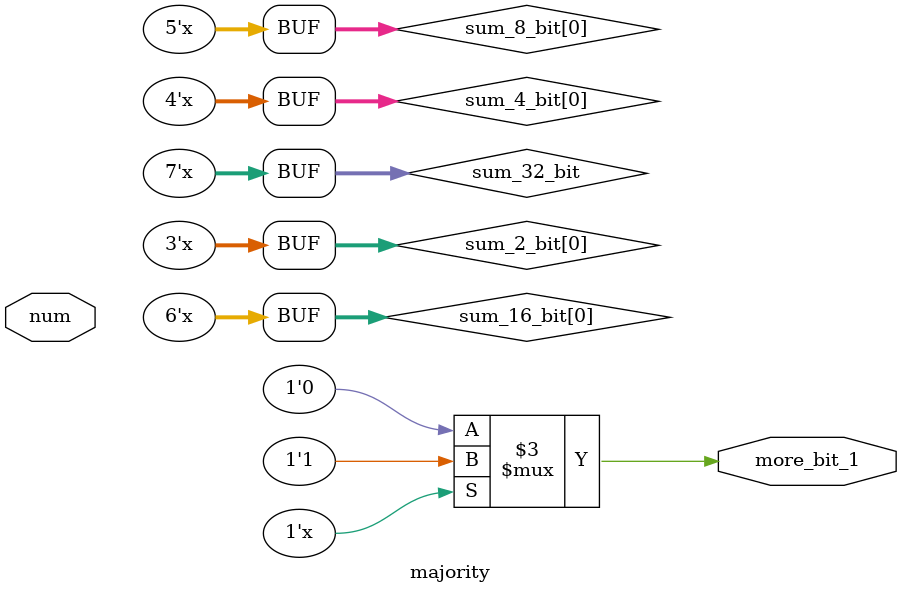
<source format=v>
module majority (
    input [31:0] num,
    output more_bit_1
    );

    wire [2:0] sum_2_bit [15:0]; //  16 cặp 2 bit
    wire [3:0] sum_4_bit [7:0];  //  8 cặp 4 bit
    wire [4:0] sum_8_bit [3:0];  //  4 cặp 8 bit
    wire [5:0] sum_16_bit [1:0]; //  2 cặp 16 bit
    wire [6:0] sum_32_bit;       //  tổng số bit 1
    
    genvar  i;
    generate 
        for(i=0; i<16; i=i+1) begin : sum_2_bit_16
            assign sum_2_bit[i] = num[(i*2)] + num [(i*2-1)];
        end
        for(i=0; i<8; i=i+1) begin : sum_4_bit_8
            assign sum_4_bit[i] = sum_2_bit[(i*2)] + sum_2_bit[(i*2-1)];
        end
        for(i=0; i<4; i=i+1) begin : sum_8_bit_4
            assign sum_8_bit[i] = sum_4_bit[(i*2)] + sum_4_bit[(i*2-1)];
        end
        for(i=0; i<2; i=i+1) begin : sum_16_bit_2
            assign sum_16_bit[i] = sum_8_bit[(i*2)] + sum_8_bit[(i*2-1)];
        end
        assign sum_32_bit = sum_16_bit[0] + sum_16_bit[1];
    endgenerate

    assign more_bit_1 = (sum_32_bit > 16) ? 1'b1 : 1'b0;
endmodule
</source>
